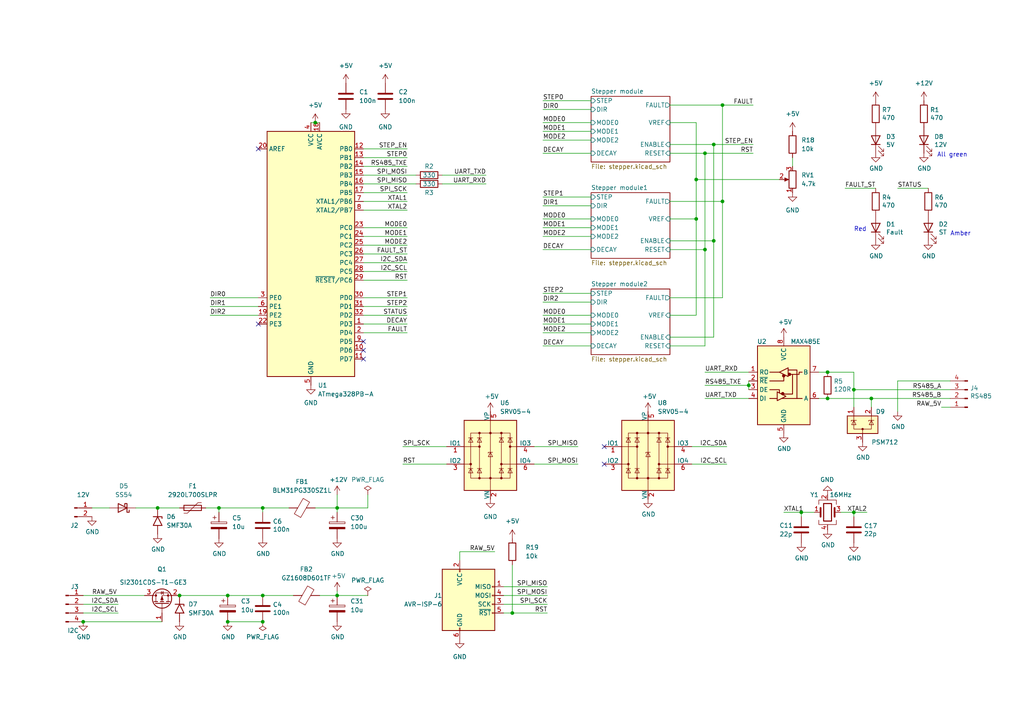
<source format=kicad_sch>
(kicad_sch (version 20211123) (generator eeschema)
  (paper "A4")
  (lib_symbols
    (symbol "Connector:AVR-ISP-6" (pin_names (offset 1.016))
      (property "Reference" "J" (at -6.35 11.43 0))
      (property "Value" "AVR-ISP-6" (at 0 11.43 0))
      (symbol "AVR-ISP-6_0_1"
        (rectangle (start -2.667 -6.858) (end -2.413 -7.62))
        (rectangle (start -2.667 10.16) (end -2.413 9.398))
        (rectangle (start 7.62 -2.413) (end 6.858 -2.667))
        (rectangle (start 7.62 0.127) (end 6.858 -0.127))
        (rectangle (start 7.62 2.667) (end 6.858 2.413))
        (rectangle (start 7.62 5.207) (end 6.858 4.953))
        (rectangle (start 7.62 10.16) (end -7.62 -7.62) (stroke (width 0.254)) (fill (type background)))
      )
      (symbol "AVR-ISP-6_1_1"
        (pin passive line (at 10.16 5.08 180) (length 2.54) (name "MISO") (number "1"))
        (pin passive line (at -2.54 12.7 270) (length 2.54) (name "VCC") (number "2"))
        (pin passive line (at 10.16 0 180) (length 2.54) (name "SCK") (number "3"))
        (pin passive line (at 10.16 2.54 180) (length 2.54) (name "MOSI") (number "4"))
        (pin passive line (at 10.16 -2.54 180) (length 2.54) (name "~{RST}") (number "5"))
        (pin passive line (at -2.54 -10.16 90) (length 2.54) (name "GND") (number "6"))
      )
    )
    (symbol "Connector:Conn_01x02_Male" (pin_names (offset 1.016) hide)
      (property "Reference" "J" (at 0 2.54 0))
      (property "Value" "Conn_01x02_Male" (at 0 -5.08 0))
      (symbol "Conn_01x02_Male_1_1"
        (polyline (pts (xy 1.27 -2.54) (xy 0.8636 -2.54)) (stroke (width 0.1524)))
        (polyline (pts (xy 1.27 0) (xy 0.8636 0)) (stroke (width 0.1524)))
        (rectangle (start 0.8636 -2.413) (end 0 -2.667) (stroke (width 0.1524)) (fill (type outline)))
        (rectangle (start 0.8636 0.127) (end 0 -0.127) (stroke (width 0.1524)) (fill (type outline)))
        (pin passive line (at 5.08 0 180) (length 3.81) (name "Pin_1") (number "1"))
        (pin passive line (at 5.08 -2.54 180) (length 3.81) (name "Pin_2") (number "2"))
      )
    )
    (symbol "Connector:Conn_01x04_Male" (pin_names (offset 1.016) hide)
      (property "Reference" "J" (at 0 5.08 0))
      (property "Value" "Conn_01x04_Male" (at 0 -7.62 0))
      (symbol "Conn_01x04_Male_1_1"
        (polyline (pts (xy 1.27 -5.08) (xy 0.8636 -5.08)) (stroke (width 0.1524)))
        (polyline (pts (xy 1.27 -2.54) (xy 0.8636 -2.54)) (stroke (width 0.1524)))
        (polyline (pts (xy 1.27 0) (xy 0.8636 0)) (stroke (width 0.1524)))
        (polyline (pts (xy 1.27 2.54) (xy 0.8636 2.54)) (stroke (width 0.1524)))
        (rectangle (start 0.8636 -4.953) (end 0 -5.207) (stroke (width 0.1524)) (fill (type outline)))
        (rectangle (start 0.8636 -2.413) (end 0 -2.667) (stroke (width 0.1524)) (fill (type outline)))
        (rectangle (start 0.8636 0.127) (end 0 -0.127) (stroke (width 0.1524)) (fill (type outline)))
        (rectangle (start 0.8636 2.667) (end 0 2.413) (stroke (width 0.1524)) (fill (type outline)))
        (pin passive line (at 5.08 2.54 180) (length 3.81) (name "Pin_1") (number "1"))
        (pin passive line (at 5.08 0 180) (length 3.81) (name "Pin_2") (number "2"))
        (pin passive line (at 5.08 -2.54 180) (length 3.81) (name "Pin_3") (number "3"))
        (pin passive line (at 5.08 -5.08 180) (length 3.81) (name "Pin_4") (number "4"))
      )
    )
    (symbol "Device:C" (pin_numbers hide) (pin_names (offset 0.254))
      (property "Reference" "C" (at 0.635 2.54 0))
      (property "Value" "C" (at 0.635 -2.54 0))
      (symbol "C_0_1"
        (polyline (pts (xy -2.032 -0.762) (xy 2.032 -0.762)) (stroke (width 0.508)))
        (polyline (pts (xy -2.032 0.762) (xy 2.032 0.762)) (stroke (width 0.508)))
      )
      (symbol "C_1_1"
        (pin passive line (at 0 3.81 270) (length 2.794) (name "~") (number "1"))
        (pin passive line (at 0 -3.81 90) (length 2.794) (name "~") (number "2"))
      )
    )
    (symbol "Device:C_Polarized" (pin_numbers hide) (pin_names (offset 0.254))
      (property "Reference" "C" (at 0.635 2.54 0))
      (property "Value" "C_Polarized" (at 0.635 -2.54 0))
      (symbol "C_Polarized_0_1"
        (rectangle (start -2.286 0.508) (end 2.286 1.016))
        (polyline (pts (xy -1.778 2.286) (xy -0.762 2.286)))
        (polyline (pts (xy -1.27 2.794) (xy -1.27 1.778)))
        (rectangle (start 2.286 -0.508) (end -2.286 -1.016) (fill (type outline)))
      )
      (symbol "C_Polarized_1_1"
        (pin passive line (at 0 3.81 270) (length 2.794) (name "~") (number "1"))
        (pin passive line (at 0 -3.81 90) (length 2.794) (name "~") (number "2"))
      )
    )
    (symbol "Device:Crystal_GND24" (pin_names (offset 1.016) hide)
      (property "Reference" "Y" (at 3.175 5.08 0))
      (property "Value" "Crystal_GND24" (at 3.175 3.175 0))
      (symbol "Crystal_GND24_0_1"
        (rectangle (start -1.143 2.54) (end 1.143 -2.54) (stroke (width 0.3048)))
        (polyline (pts (xy -2.54 0) (xy -2.032 0)))
        (polyline (pts (xy -2.032 -1.27) (xy -2.032 1.27)) (stroke (width 0.508)))
        (polyline (pts (xy 0 -3.81) (xy 0 -3.556)))
        (polyline (pts (xy 0 3.556) (xy 0 3.81)))
        (polyline (pts (xy 2.032 -1.27) (xy 2.032 1.27)) (stroke (width 0.508)))
        (polyline (pts (xy 2.032 0) (xy 2.54 0)))
        (polyline (pts (xy -2.54 -2.286) (xy -2.54 -3.556) (xy 2.54 -3.556) (xy 2.54 -2.286)))
        (polyline (pts (xy -2.54 2.286) (xy -2.54 3.556) (xy 2.54 3.556) (xy 2.54 2.286)))
      )
      (symbol "Crystal_GND24_1_1"
        (pin passive line (at -3.81 0 0) (length 1.27) (name "1") (number "1"))
        (pin passive line (at 0 5.08 270) (length 1.27) (name "2") (number "2"))
        (pin passive line (at 3.81 0 180) (length 1.27) (name "3") (number "3"))
        (pin passive line (at 0 -5.08 90) (length 1.27) (name "4") (number "4"))
      )
    )
    (symbol "Device:D_Schottky" (pin_numbers hide) (pin_names (offset 1.016) hide)
      (property "Reference" "D" (at 0 2.54 0))
      (property "Value" "D_Schottky" (at 0 -2.54 0))
      (symbol "D_Schottky_0_1"
        (polyline (pts (xy 1.27 0) (xy -1.27 0)))
        (polyline (pts (xy 1.27 1.27) (xy 1.27 -1.27) (xy -1.27 0) (xy 1.27 1.27)) (stroke (width 0.254)))
        (polyline (pts (xy -1.905 0.635) (xy -1.905 1.27) (xy -1.27 1.27) (xy -1.27 -1.27) (xy -0.635 -1.27) (xy -0.635 -0.635)) (stroke (width 0.254)))
      )
      (symbol "D_Schottky_1_1"
        (pin passive line (at -3.81 0 0) (length 2.54) (name "K") (number "1"))
        (pin passive line (at 3.81 0 180) (length 2.54) (name "A") (number "2"))
      )
    )
    (symbol "Device:FerriteBead" (pin_numbers hide) (pin_names (offset 0))
      (property "Reference" "FB" (at -3.81 0.635 90))
      (property "Value" "FerriteBead" (at 3.81 0 90))
      (symbol "FerriteBead_0_1"
        (polyline (pts (xy 0 -1.27) (xy 0 -1.2192)))
        (polyline (pts (xy 0 1.27) (xy 0 1.2954)))
        (polyline (pts (xy -2.7686 0.4064) (xy -1.7018 2.2606) (xy 2.7686 -0.3048) (xy 1.6764 -2.159) (xy -2.7686 0.4064)))
      )
      (symbol "FerriteBead_1_1"
        (pin passive line (at 0 3.81 270) (length 2.54) (name "~") (number "1"))
        (pin passive line (at 0 -3.81 90) (length 2.54) (name "~") (number "2"))
      )
    )
    (symbol "Device:LED" (pin_numbers hide) (pin_names (offset 1.016) hide)
      (property "Reference" "D" (at 0 2.54 0))
      (property "Value" "LED" (at 0 -2.54 0))
      (symbol "LED_0_1"
        (polyline (pts (xy -1.27 -1.27) (xy -1.27 1.27)) (stroke (width 0.254)))
        (polyline (pts (xy -1.27 0) (xy 1.27 0)))
        (polyline (pts (xy 1.27 -1.27) (xy 1.27 1.27) (xy -1.27 0) (xy 1.27 -1.27)) (stroke (width 0.254)))
        (polyline (pts (xy -3.048 -0.762) (xy -4.572 -2.286) (xy -3.81 -2.286) (xy -4.572 -2.286) (xy -4.572 -1.524)))
        (polyline (pts (xy -1.778 -0.762) (xy -3.302 -2.286) (xy -2.54 -2.286) (xy -3.302 -2.286) (xy -3.302 -1.524)))
      )
      (symbol "LED_1_1"
        (pin passive line (at -3.81 0 0) (length 2.54) (name "K") (number "1"))
        (pin passive line (at 3.81 0 180) (length 2.54) (name "A") (number "2"))
      )
    )
    (symbol "Device:Polyfuse" (pin_numbers hide) (pin_names (offset 0))
      (property "Reference" "F" (at -2.54 0 90))
      (property "Value" "Polyfuse" (at 2.54 0 90))
      (symbol "Polyfuse_0_1"
        (rectangle (start -0.762 2.54) (end 0.762 -2.54) (stroke (width 0.254)))
        (polyline (pts (xy 0 2.54) (xy 0 -2.54)))
        (polyline (pts (xy -1.524 2.54) (xy -1.524 1.524) (xy 1.524 -1.524) (xy 1.524 -2.54)))
      )
      (symbol "Polyfuse_1_1"
        (pin passive line (at 0 3.81 270) (length 1.27) (name "~") (number "1"))
        (pin passive line (at 0 -3.81 90) (length 1.27) (name "~") (number "2"))
      )
    )
    (symbol "Device:Q_PMOS_GSD" (pin_names (offset 0) hide)
      (property "Reference" "Q" (at 5.08 1.27 0))
      (property "Value" "Q_PMOS_GSD" (at 5.08 -1.27 0))
      (symbol "Q_PMOS_GSD_0_1"
        (polyline (pts (xy 0.254 0) (xy -2.54 0)))
        (polyline (pts (xy 0.254 1.905) (xy 0.254 -1.905)) (stroke (width 0.254)))
        (polyline (pts (xy 0.762 -1.27) (xy 0.762 -2.286)) (stroke (width 0.254)))
        (polyline (pts (xy 0.762 0.508) (xy 0.762 -0.508)) (stroke (width 0.254)))
        (polyline (pts (xy 0.762 2.286) (xy 0.762 1.27)) (stroke (width 0.254)))
        (polyline (pts (xy 2.54 2.54) (xy 2.54 1.778)))
        (polyline (pts (xy 2.54 -2.54) (xy 2.54 0) (xy 0.762 0)))
        (polyline (pts (xy 0.762 1.778) (xy 3.302 1.778) (xy 3.302 -1.778) (xy 0.762 -1.778)))
        (polyline (pts (xy 2.286 0) (xy 1.27 0.381) (xy 1.27 -0.381) (xy 2.286 0)) (fill (type outline)))
        (polyline (pts (xy 2.794 -0.508) (xy 2.921 -0.381) (xy 3.683 -0.381) (xy 3.81 -0.254)))
        (polyline (pts (xy 3.302 -0.381) (xy 2.921 0.254) (xy 3.683 0.254) (xy 3.302 -0.381)))
        (circle (center 1.651 0) (radius 2.794) (stroke (width 0.254)))
        (circle (center 2.54 -1.778) (radius 0.254) (fill (type outline)))
        (circle (center 2.54 1.778) (radius 0.254) (fill (type outline)))
      )
      (symbol "Q_PMOS_GSD_1_1"
        (pin input line (at -5.08 0 0) (length 2.54) (name "G") (number "1"))
        (pin passive line (at 2.54 -5.08 90) (length 2.54) (name "S") (number "2"))
        (pin passive line (at 2.54 5.08 270) (length 2.54) (name "D") (number "3"))
      )
    )
    (symbol "Device:R" (pin_numbers hide) (pin_names (offset 0))
      (property "Reference" "R" (at 2.032 0 90))
      (property "Value" "R" (at 0 0 90))
      (symbol "R_0_1"
        (rectangle (start -1.016 -2.54) (end 1.016 2.54) (stroke (width 0.254)))
      )
      (symbol "R_1_1"
        (pin passive line (at 0 3.81 270) (length 1.27) (name "~") (number "1"))
        (pin passive line (at 0 -3.81 90) (length 1.27) (name "~") (number "2"))
      )
    )
    (symbol "Device:R_Potentiometer" (pin_names (offset 1.016) hide)
      (property "Reference" "RV" (at -4.445 0 90))
      (property "Value" "R_Potentiometer" (at -2.54 0 90))
      (symbol "R_Potentiometer_0_1"
        (polyline (pts (xy 2.54 0) (xy 1.524 0)))
        (polyline (pts (xy 1.143 0) (xy 2.286 0.508) (xy 2.286 -0.508) (xy 1.143 0)) (fill (type outline)))
        (rectangle (start 1.016 2.54) (end -1.016 -2.54) (stroke (width 0.254)))
      )
      (symbol "R_Potentiometer_1_1"
        (pin passive line (at 0 3.81 270) (length 1.27) (name "1") (number "1"))
        (pin passive line (at 3.81 0 180) (length 1.27) (name "2") (number "2"))
        (pin passive line (at 0 -3.81 90) (length 1.27) (name "3") (number "3"))
      )
    )
    (symbol "Diode:SMF30A" (pin_numbers hide) (pin_names (offset 1.016) hide)
      (property "Reference" "D" (at 0 2.54 0))
      (property "Value" "SMF30A" (at 0 -2.54 0))
      (symbol "SMF30A_0_1"
        (polyline (pts (xy -0.762 1.27) (xy -1.27 1.27) (xy -1.27 -1.27)) (stroke (width 0.254)))
        (polyline (pts (xy 1.27 1.27) (xy 1.27 -1.27) (xy -1.27 0) (xy 1.27 1.27)) (stroke (width 0.254)))
      )
      (symbol "SMF30A_1_1"
        (pin passive line (at -3.81 0 0) (length 2.54) (name "A1") (number "1"))
        (pin passive line (at 3.81 0 180) (length 2.54) (name "A2") (number "2"))
      )
    )
    (symbol "Interface_UART:MAX485E"
      (property "Reference" "U" (at -6.096 11.43 0))
      (property "Value" "MAX485E" (at 0.762 11.43 0))
      (symbol "MAX485E_0_1"
        (rectangle (start -7.62 10.16) (end 7.62 -12.7) (stroke (width 0.254)) (fill (type background)))
        (circle (center -0.3048 -3.683) (radius 0.3556) (stroke (width 0.254)) (fill (type outline)))
        (circle (center -0.0254 1.4986) (radius 0.3556) (stroke (width 0.254)) (fill (type outline)))
        (polyline (pts (xy -4.064 -5.08) (xy -1.905 -5.08)) (stroke (width 0.254)))
        (polyline (pts (xy -4.064 2.54) (xy -1.27 2.54)) (stroke (width 0.254)))
        (polyline (pts (xy -1.27 -3.2004) (xy -1.27 -3.4544)) (stroke (width 0.254)))
        (polyline (pts (xy -0.635 -5.08) (xy 5.334 -5.08)) (stroke (width 0.254)))
        (polyline (pts (xy -4.064 -2.54) (xy -1.27 -2.54) (xy -1.27 -3.175)) (stroke (width 0.254)))
        (polyline (pts (xy 0 1.27) (xy 0 0) (xy -4.064 0)) (stroke (width 0.254)))
        (polyline (pts (xy 1.27 3.175) (xy 3.81 3.175) (xy 3.81 -5.08)) (stroke (width 0.254)))
        (polyline (pts (xy 2.54 1.905) (xy 2.54 -3.81) (xy 0 -3.81)) (stroke (width 0.254)))
        (polyline (pts (xy -1.905 -3.175) (xy -1.905 -5.715) (xy 0.635 -4.445) (xy -1.905 -3.175)) (stroke (width 0.254)))
        (polyline (pts (xy -1.27 2.54) (xy 1.27 3.81) (xy 1.27 1.27) (xy -1.27 2.54)) (stroke (width 0.254)))
        (polyline (pts (xy 1.905 1.905) (xy 4.445 1.905) (xy 4.445 2.54) (xy 5.334 2.54)) (stroke (width 0.254)))
        (rectangle (start 1.27 3.175) (end 1.27 3.175))
        (circle (center 1.651 1.905) (radius 0.3556) (stroke (width 0.254)) (fill (type outline)))
      )
      (symbol "MAX485E_1_1"
        (pin output line (at -10.16 2.54 0) (length 2.54) (name "RO") (number "1"))
        (pin input line (at -10.16 0 0) (length 2.54) (name "~{RE}") (number "2"))
        (pin input line (at -10.16 -2.54 0) (length 2.54) (name "DE") (number "3"))
        (pin input line (at -10.16 -5.08 0) (length 2.54) (name "DI") (number "4"))
        (pin power_in line (at 0 -15.24 90) (length 2.54) (name "GND") (number "5"))
        (pin bidirectional line (at 10.16 -5.08 180) (length 2.54) (name "A") (number "6"))
        (pin bidirectional line (at 10.16 2.54 180) (length 2.54) (name "B") (number "7"))
        (pin power_in line (at 0 12.7 270) (length 2.54) (name "VCC") (number "8"))
      )
    )
    (symbol "MCU_Microchip_ATmega:ATmega328PB-A"
      (property "Reference" "U" (at -12.7 36.83 0))
      (property "Value" "ATmega328PB-A" (at 2.54 -36.83 0))
      (symbol "ATmega328PB-A_0_1"
        (rectangle (start -12.7 -35.56) (end 12.7 35.56) (stroke (width 0.254)) (fill (type background)))
      )
      (symbol "ATmega328PB-A_1_1"
        (pin bidirectional line (at 15.24 -20.32 180) (length 2.54) (name "PD3") (number "1"))
        (pin bidirectional line (at 15.24 -27.94 180) (length 2.54) (name "PD6") (number "10"))
        (pin bidirectional line (at 15.24 -30.48 180) (length 2.54) (name "PD7") (number "11"))
        (pin bidirectional line (at 15.24 30.48 180) (length 2.54) (name "PB0") (number "12"))
        (pin bidirectional line (at 15.24 27.94 180) (length 2.54) (name "PB1") (number "13"))
        (pin bidirectional line (at 15.24 25.4 180) (length 2.54) (name "PB2") (number "14"))
        (pin bidirectional line (at 15.24 22.86 180) (length 2.54) (name "PB3") (number "15"))
        (pin bidirectional line (at 15.24 20.32 180) (length 2.54) (name "PB4") (number "16"))
        (pin bidirectional line (at 15.24 17.78 180) (length 2.54) (name "PB5") (number "17"))
        (pin power_in line (at 2.54 38.1 270) (length 2.54) (name "AVCC") (number "18"))
        (pin bidirectional line (at -15.24 -17.78 0) (length 2.54) (name "PE2") (number "19"))
        (pin bidirectional line (at 15.24 -22.86 180) (length 2.54) (name "PD4") (number "2"))
        (pin passive line (at -15.24 30.48 0) (length 2.54) (name "AREF") (number "20"))
        (pin passive line (at 0 -38.1 90) (length 2.54) hide (name "GND") (number "21"))
        (pin bidirectional line (at -15.24 -20.32 0) (length 2.54) (name "PE3") (number "22"))
        (pin bidirectional line (at 15.24 7.62 180) (length 2.54) (name "PC0") (number "23"))
        (pin bidirectional line (at 15.24 5.08 180) (length 2.54) (name "PC1") (number "24"))
        (pin bidirectional line (at 15.24 2.54 180) (length 2.54) (name "PC2") (number "25"))
        (pin bidirectional line (at 15.24 0 180) (length 2.54) (name "PC3") (number "26"))
        (pin bidirectional line (at 15.24 -2.54 180) (length 2.54) (name "PC4") (number "27"))
        (pin bidirectional line (at 15.24 -5.08 180) (length 2.54) (name "PC5") (number "28"))
        (pin bidirectional line (at 15.24 -7.62 180) (length 2.54) (name "~{RESET}/PC6") (number "29"))
        (pin bidirectional line (at -15.24 -12.7 0) (length 2.54) (name "PE0") (number "3"))
        (pin bidirectional line (at 15.24 -12.7 180) (length 2.54) (name "PD0") (number "30"))
        (pin bidirectional line (at 15.24 -15.24 180) (length 2.54) (name "PD1") (number "31"))
        (pin bidirectional line (at 15.24 -17.78 180) (length 2.54) (name "PD2") (number "32"))
        (pin power_in line (at 0 38.1 270) (length 2.54) (name "VCC") (number "4"))
        (pin power_in line (at 0 -38.1 90) (length 2.54) (name "GND") (number "5"))
        (pin bidirectional line (at -15.24 -15.24 0) (length 2.54) (name "PE1") (number "6"))
        (pin bidirectional line (at 15.24 15.24 180) (length 2.54) (name "XTAL1/PB6") (number "7"))
        (pin bidirectional line (at 15.24 12.7 180) (length 2.54) (name "XTAL2/PB7") (number "8"))
        (pin bidirectional line (at 15.24 -25.4 180) (length 2.54) (name "PD5") (number "9"))
      )
    )
    (symbol "Power_Protection:SP0502BAHT" (pin_names hide)
      (property "Reference" "D" (at 5.715 2.54 0))
      (property "Value" "SP0502BAHT" (at 5.715 0.635 0))
      (symbol "SP0502BAHT_0_0"
        (pin passive line (at 0 -5.08 90) (length 2.54) (name "A") (number "3"))
      )
      (symbol "SP0502BAHT_0_1"
        (rectangle (start -4.445 2.54) (end 4.445 -2.54) (stroke (width 0.254)) (fill (type background)))
        (circle (center 0 -1.27) (radius 0.254) (fill (type outline)))
        (polyline (pts (xy -2.54 2.54) (xy -2.54 1.27)))
        (polyline (pts (xy 0 -1.27) (xy 0 -2.54)))
        (polyline (pts (xy 2.54 2.54) (xy 2.54 1.27)))
        (polyline (pts (xy -3.302 1.016) (xy -3.302 1.27) (xy -1.905 1.27) (xy -1.778 1.27)))
        (polyline (pts (xy -2.54 1.27) (xy -2.54 -1.27) (xy 2.54 -1.27) (xy 2.54 1.27)))
        (polyline (pts (xy -2.54 1.27) (xy -1.905 0) (xy -3.175 0) (xy -2.54 1.27)))
        (polyline (pts (xy 1.778 1.016) (xy 1.778 1.27) (xy 3.175 1.27) (xy 3.302 1.27)))
        (polyline (pts (xy 2.54 1.27) (xy 1.905 0) (xy 3.175 0) (xy 2.54 1.27)))
      )
      (symbol "SP0502BAHT_1_1"
        (pin passive line (at -2.54 5.08 270) (length 2.54) (name "K") (number "1"))
        (pin passive line (at 2.54 5.08 270) (length 2.54) (name "K") (number "2"))
      )
    )
    (symbol "Power_Protection:SRV05-4" (pin_names (offset 0))
      (property "Reference" "U" (at -5.08 11.43 0))
      (property "Value" "SRV05-4" (at 2.54 11.43 0))
      (symbol "SRV05-4_0_0"
        (rectangle (start -5.715 6.477) (end 5.715 -6.604))
        (polyline (pts (xy -3.175 -6.604) (xy -3.175 6.477)))
        (polyline (pts (xy 3.175 6.477) (xy 3.175 -6.604)))
      )
      (symbol "SRV05-4_0_1"
        (rectangle (start -7.62 10.16) (end 7.62 -10.16) (stroke (width 0.254)) (fill (type background)))
        (circle (center -5.715 -2.54) (radius 0.2794) (fill (type outline)))
        (circle (center -3.175 -6.604) (radius 0.2794) (fill (type outline)))
        (circle (center -3.175 2.54) (radius 0.2794) (fill (type outline)))
        (circle (center -3.175 6.477) (radius 0.2794) (fill (type outline)))
        (circle (center 0 -6.604) (radius 0.2794) (fill (type outline)))
        (polyline (pts (xy -7.747 2.54) (xy -3.175 2.54)))
        (polyline (pts (xy -7.62 -2.54) (xy -5.715 -2.54)))
        (polyline (pts (xy -5.08 -3.81) (xy -6.35 -3.81)))
        (polyline (pts (xy -5.08 5.08) (xy -6.35 5.08)))
        (polyline (pts (xy -2.54 -3.81) (xy -3.81 -3.81)))
        (polyline (pts (xy -2.54 5.08) (xy -3.81 5.08)))
        (polyline (pts (xy 0 10.16) (xy 0 -10.16)))
        (polyline (pts (xy 3.81 -3.81) (xy 2.54 -3.81)))
        (polyline (pts (xy 3.81 5.08) (xy 2.54 5.08)))
        (polyline (pts (xy 6.35 -3.81) (xy 5.08 -3.81)))
        (polyline (pts (xy 6.35 5.08) (xy 5.08 5.08)))
        (polyline (pts (xy 7.62 -2.54) (xy 3.175 -2.54)))
        (polyline (pts (xy 7.62 2.54) (xy 5.715 2.54)))
        (polyline (pts (xy 0.635 0.889) (xy -0.635 0.889) (xy -0.635 0.635)))
        (polyline (pts (xy -5.08 -5.08) (xy -6.35 -5.08) (xy -5.715 -3.81) (xy -5.08 -5.08)))
        (polyline (pts (xy -5.08 3.81) (xy -6.35 3.81) (xy -5.715 5.08) (xy -5.08 3.81)))
        (polyline (pts (xy -2.54 -5.08) (xy -3.81 -5.08) (xy -3.175 -3.81) (xy -2.54 -5.08)))
        (polyline (pts (xy -2.54 3.81) (xy -3.81 3.81) (xy -3.175 5.08) (xy -2.54 3.81)))
        (polyline (pts (xy 0.635 -0.381) (xy -0.635 -0.381) (xy 0 0.889) (xy 0.635 -0.381)))
        (polyline (pts (xy 3.81 -5.08) (xy 2.54 -5.08) (xy 3.175 -3.81) (xy 3.81 -5.08)))
        (polyline (pts (xy 3.81 3.81) (xy 2.54 3.81) (xy 3.175 5.08) (xy 3.81 3.81)))
        (polyline (pts (xy 6.35 -5.08) (xy 5.08 -5.08) (xy 5.715 -3.81) (xy 6.35 -5.08)))
        (polyline (pts (xy 6.35 3.81) (xy 5.08 3.81) (xy 5.715 5.08) (xy 6.35 3.81)))
        (circle (center 0 6.477) (radius 0.2794) (fill (type outline)))
        (circle (center 3.175 -6.604) (radius 0.2794) (fill (type outline)))
        (circle (center 3.175 -2.54) (radius 0.2794) (fill (type outline)))
        (circle (center 3.175 6.477) (radius 0.2794) (fill (type outline)))
        (circle (center 5.715 2.54) (radius 0.2794) (fill (type outline)))
      )
      (symbol "SRV05-4_1_1"
        (pin passive line (at -12.7 2.54 0) (length 5.08) (name "IO1") (number "1"))
        (pin passive line (at 0 -12.7 90) (length 2.54) (name "VN") (number "2"))
        (pin passive line (at -12.7 -2.54 0) (length 5.08) (name "IO2") (number "3"))
        (pin passive line (at 12.7 2.54 180) (length 5.08) (name "IO3") (number "4"))
        (pin passive line (at 0 12.7 270) (length 2.54) (name "VP") (number "5"))
        (pin passive line (at 12.7 -2.54 180) (length 5.08) (name "IO4") (number "6"))
      )
    )
    (symbol "power:+12V" (power) (pin_names (offset 0))
      (property "Value" "+12V" (at 0 3.556 0))
      (symbol "+12V_0_1"
        (polyline (pts (xy -0.762 1.27) (xy 0 2.54)))
        (polyline (pts (xy 0 0) (xy 0 2.54)))
        (polyline (pts (xy 0 2.54) (xy 0.762 1.27)))
      )
      (symbol "+12V_1_1"
        (pin power_in line (at 0 0 90) (length 0) hide (name "+12V") (number "1"))
      )
    )
    (symbol "power:+5V" (power) (pin_names (offset 0))
      (property "Value" "+5V" (at 0 3.556 0))
      (symbol "+5V_0_1"
        (polyline (pts (xy -0.762 1.27) (xy 0 2.54)))
        (polyline (pts (xy 0 0) (xy 0 2.54)))
        (polyline (pts (xy 0 2.54) (xy 0.762 1.27)))
      )
      (symbol "+5V_1_1"
        (pin power_in line (at 0 0 90) (length 0) hide (name "+5V") (number "1"))
      )
    )
    (symbol "power:GND" (power) (pin_names (offset 0))
      (property "Value" "GND" (at 0 -3.81 0))
      (symbol "GND_0_1"
        (polyline (pts (xy 0 0) (xy 0 -1.27) (xy 1.27 -1.27) (xy 0 -2.54) (xy -1.27 -1.27) (xy 0 -1.27)))
      )
      (symbol "GND_1_1"
        (pin power_in line (at 0 0 270) (length 0) hide (name "GND") (number "1"))
      )
    )
    (symbol "power:PWR_FLAG" (power) (pin_numbers hide) (pin_names (offset 0) hide)
      (property "Value" "PWR_FLAG" (at 0 3.81 0))
      (symbol "PWR_FLAG_0_0"
        (pin power_out line (at 0 0 90) (length 0) (name "pwr") (number "1"))
      )
      (symbol "PWR_FLAG_0_1"
        (polyline (pts (xy 0 0) (xy 0 1.27) (xy -1.016 1.905) (xy 0 2.54) (xy 1.016 1.905) (xy 0 1.27)))
      )
    )
  )
  (junction (at 91.44 35.56))
  (junction (at 24.13 180.34))
  (junction (at 76.2 172.72))
  (junction (at 209.55 58.42))
  (junction (at 76.2 180.34))
  (junction (at 207.01 69.85))
  (junction (at 207.01 41.91))
  (junction (at 66.04 180.34))
  (junction (at 240.03 115.57))
  (junction (at 247.65 148.59))
  (junction (at 76.2 147.32))
  (junction (at 63.5 147.32))
  (junction (at 209.55 30.48))
  (junction (at 240.03 107.95))
  (junction (at 204.47 44.45))
  (junction (at 201.93 52.07))
  (junction (at 252.73 115.57))
  (junction (at 97.79 147.32))
  (junction (at 97.79 172.72))
  (junction (at 148.59 177.8))
  (junction (at 232.41 148.59))
  (junction (at 204.47 72.39))
  (junction (at 66.04 172.72))
  (junction (at 217.17 111.76))
  (junction (at 52.07 172.72))
  (junction (at 201.93 63.5))
  (junction (at 45.72 147.32))
  (junction (at 247.65 113.03))
  (no_connect (at 175.26 134.62))
  (no_connect (at 105.41 99.06))
  (no_connect (at 105.41 101.6))
  (no_connect (at 175.26 129.54))
  (no_connect (at 74.93 93.98))
  (no_connect (at 105.41 104.14))
  (no_connect (at 74.93 43.18))
  (wire (pts (xy 52.07 172.72) (xy 66.04 172.72)))
  (wire (pts (xy 26.67 147.32) (xy 31.75 147.32)))
  (wire (pts (xy 24.13 177.8) (xy 34.29 177.8)))
  (wire (pts (xy 217.17 107.95) (xy 204.47 107.95)))
  (wire (pts (xy 194.31 91.44) (xy 201.93 91.44)))
  (wire (pts (xy 157.48 59.69) (xy 171.45 59.69)))
  (wire (pts (xy 204.47 100.33) (xy 204.47 72.39)))
  (wire (pts (xy 24.13 180.34) (xy 46.99 180.34)))
  (wire (pts (xy 154.94 134.62) (xy 167.64 134.62)))
  (wire (pts (xy 194.31 86.36) (xy 209.55 86.36)))
  (wire (pts (xy 90.17 35.56) (xy 91.44 35.56)))
  (wire (pts (xy 217.17 111.76) (xy 204.47 111.76)))
  (wire (pts (xy 247.65 149.86) (xy 247.65 148.59)))
  (wire (pts (xy 240.03 115.57) (xy 252.73 115.57)))
  (wire (pts (xy 207.01 41.91) (xy 218.44 41.91)))
  (wire (pts (xy 128.27 53.34) (xy 140.97 53.34)))
  (wire (pts (xy 105.41 76.2) (xy 118.11 76.2)))
  (wire (pts (xy 154.94 129.54) (xy 167.64 129.54)))
  (wire (pts (xy 105.41 81.28) (xy 118.11 81.28)))
  (wire (pts (xy 105.41 68.58) (xy 118.11 68.58)))
  (wire (pts (xy 128.27 50.8) (xy 140.97 50.8)))
  (wire (pts (xy 146.05 175.26) (xy 158.75 175.26)))
  (wire (pts (xy 200.66 134.62) (xy 210.82 134.62)))
  (wire (pts (xy 247.65 113.03) (xy 247.65 107.95)))
  (wire (pts (xy 200.66 129.54) (xy 210.82 129.54)))
  (wire (pts (xy 63.5 147.32) (xy 63.5 148.59)))
  (wire (pts (xy 194.31 69.85) (xy 207.01 69.85)))
  (wire (pts (xy 194.31 100.33) (xy 204.47 100.33)))
  (wire (pts (xy 105.41 78.74) (xy 118.11 78.74)))
  (wire (pts (xy 229.87 45.72) (xy 229.87 48.26)))
  (wire (pts (xy 157.48 72.39) (xy 171.45 72.39)))
  (wire (pts (xy 45.72 147.32) (xy 52.07 147.32)))
  (wire (pts (xy 148.59 177.8) (xy 158.75 177.8)))
  (wire (pts (xy 76.2 147.32) (xy 83.82 147.32)))
  (wire (pts (xy 207.01 69.85) (xy 207.01 41.91)))
  (wire (pts (xy 105.41 48.26) (xy 118.11 48.26)))
  (wire (pts (xy 105.41 55.88) (xy 118.11 55.88)))
  (wire (pts (xy 194.31 97.79) (xy 207.01 97.79)))
  (wire (pts (xy 105.41 60.96) (xy 118.11 60.96)))
  (wire (pts (xy 204.47 72.39) (xy 204.47 44.45)))
  (wire (pts (xy 201.93 52.07) (xy 226.06 52.07)))
  (wire (pts (xy 76.2 180.34) (xy 66.04 180.34)))
  (wire (pts (xy 209.55 30.48) (xy 194.31 30.48)))
  (wire (pts (xy 157.48 100.33) (xy 171.45 100.33)))
  (wire (pts (xy 194.31 41.91) (xy 207.01 41.91)))
  (wire (pts (xy 157.48 93.98) (xy 171.45 93.98)))
  (wire (pts (xy 146.05 172.72) (xy 158.75 172.72)))
  (wire (pts (xy 232.41 148.59) (xy 227.33 148.59)))
  (wire (pts (xy 97.79 172.72) (xy 92.71 172.72)))
  (wire (pts (xy 247.65 113.03) (xy 275.59 113.03)))
  (wire (pts (xy 252.73 115.57) (xy 252.73 118.11)))
  (wire (pts (xy 209.55 30.48) (xy 218.44 30.48)))
  (wire (pts (xy 252.73 115.57) (xy 275.59 115.57)))
  (wire (pts (xy 157.48 57.15) (xy 171.45 57.15)))
  (wire (pts (xy 157.48 38.1) (xy 171.45 38.1)))
  (wire (pts (xy 76.2 172.72) (xy 85.09 172.72)))
  (wire (pts (xy 157.48 91.44) (xy 171.45 91.44)))
  (wire (pts (xy 148.59 163.83) (xy 148.59 177.8)))
  (wire (pts (xy 106.68 143.51) (xy 106.68 147.32)))
  (wire (pts (xy 60.96 86.36) (xy 74.93 86.36)))
  (wire (pts (xy 157.48 35.56) (xy 171.45 35.56)))
  (wire (pts (xy 105.41 45.72) (xy 118.11 45.72)))
  (wire (pts (xy 97.79 147.32) (xy 97.79 148.59)))
  (wire (pts (xy 76.2 172.72) (xy 66.04 172.72)))
  (wire (pts (xy 157.48 40.64) (xy 171.45 40.64)))
  (wire (pts (xy 247.65 113.03) (xy 247.65 118.11)))
  (wire (pts (xy 129.54 134.62) (xy 116.84 134.62)))
  (wire (pts (xy 247.65 107.95) (xy 240.03 107.95)))
  (wire (pts (xy 209.55 58.42) (xy 209.55 30.48)))
  (wire (pts (xy 157.48 68.58) (xy 171.45 68.58)))
  (wire (pts (xy 97.79 172.72) (xy 106.68 172.72)))
  (wire (pts (xy 133.35 160.02) (xy 143.51 160.02)))
  (wire (pts (xy 207.01 97.79) (xy 207.01 69.85)))
  (wire (pts (xy 105.41 43.18) (xy 118.11 43.18)))
  (wire (pts (xy 60.96 88.9) (xy 74.93 88.9)))
  (wire (pts (xy 105.41 71.12) (xy 118.11 71.12)))
  (wire (pts (xy 209.55 86.36) (xy 209.55 58.42)))
  (wire (pts (xy 194.31 72.39) (xy 204.47 72.39)))
  (wire (pts (xy 105.41 73.66) (xy 118.11 73.66)))
  (wire (pts (xy 157.48 96.52) (xy 171.45 96.52)))
  (wire (pts (xy 237.49 115.57) (xy 240.03 115.57)))
  (wire (pts (xy 157.48 66.04) (xy 171.45 66.04)))
  (wire (pts (xy 129.54 129.54) (xy 116.84 129.54)))
  (wire (pts (xy 105.41 88.9) (xy 118.11 88.9)))
  (wire (pts (xy 24.13 175.26) (xy 34.29 175.26)))
  (wire (pts (xy 39.37 147.32) (xy 45.72 147.32)))
  (wire (pts (xy 232.41 148.59) (xy 232.41 149.86)))
  (wire (pts (xy 105.41 58.42) (xy 118.11 58.42)))
  (wire (pts (xy 105.41 66.04) (xy 118.11 66.04)))
  (wire (pts (xy 76.2 148.59) (xy 76.2 147.32)))
  (wire (pts (xy 106.68 147.32) (xy 97.79 147.32)))
  (wire (pts (xy 201.93 63.5) (xy 201.93 52.07)))
  (wire (pts (xy 247.65 148.59) (xy 251.46 148.59)))
  (wire (pts (xy 105.41 50.8) (xy 120.65 50.8)))
  (wire (pts (xy 91.44 35.56) (xy 92.71 35.56)))
  (wire (pts (xy 273.05 118.11) (xy 275.59 118.11)))
  (wire (pts (xy 237.49 107.95) (xy 240.03 107.95)))
  (wire (pts (xy 97.79 143.51) (xy 97.79 147.32)))
  (wire (pts (xy 247.65 148.59) (xy 243.84 148.59)))
  (wire (pts (xy 59.69 147.32) (xy 63.5 147.32)))
  (wire (pts (xy 260.35 110.49) (xy 275.59 110.49)))
  (wire (pts (xy 157.48 63.5) (xy 171.45 63.5)))
  (wire (pts (xy 157.48 31.75) (xy 171.45 31.75)))
  (wire (pts (xy 194.31 44.45) (xy 204.47 44.45)))
  (wire (pts (xy 146.05 170.18) (xy 158.75 170.18)))
  (wire (pts (xy 269.24 54.61) (xy 260.35 54.61)))
  (wire (pts (xy 105.41 86.36) (xy 118.11 86.36)))
  (wire (pts (xy 24.13 172.72) (xy 41.91 172.72)))
  (wire (pts (xy 105.41 53.34) (xy 120.65 53.34)))
  (wire (pts (xy 157.48 85.09) (xy 171.45 85.09)))
  (wire (pts (xy 63.5 147.32) (xy 76.2 147.32)))
  (wire (pts (xy 157.48 44.45) (xy 171.45 44.45)))
  (wire (pts (xy 157.48 87.63) (xy 171.45 87.63)))
  (wire (pts (xy 91.44 147.32) (xy 97.79 147.32)))
  (wire (pts (xy 254 54.61) (xy 245.11 54.61)))
  (wire (pts (xy 217.17 115.57) (xy 204.47 115.57)))
  (wire (pts (xy 201.93 52.07) (xy 201.93 35.56)))
  (wire (pts (xy 194.31 58.42) (xy 209.55 58.42)))
  (wire (pts (xy 105.41 91.44) (xy 118.11 91.44)))
  (wire (pts (xy 60.96 91.44) (xy 74.93 91.44)))
  (wire (pts (xy 105.41 96.52) (xy 118.11 96.52)))
  (wire (pts (xy 236.22 148.59) (xy 232.41 148.59)))
  (wire (pts (xy 260.35 110.49) (xy 260.35 119.38)))
  (wire (pts (xy 133.35 162.56) (xy 133.35 160.02)))
  (wire (pts (xy 157.48 29.21) (xy 171.45 29.21)))
  (wire (pts (xy 201.93 35.56) (xy 194.31 35.56)))
  (wire (pts (xy 146.05 177.8) (xy 148.59 177.8)))
  (wire (pts (xy 217.17 113.03) (xy 217.17 111.76)))
  (wire (pts (xy 105.41 93.98) (xy 118.11 93.98)))
  (wire (pts (xy 201.93 91.44) (xy 201.93 63.5)))
  (wire (pts (xy 201.93 63.5) (xy 194.31 63.5)))
  (wire (pts (xy 204.47 44.45) (xy 218.44 44.45)))
  (wire (pts (xy 97.79 171.45) (xy 97.79 172.72)))
  (wire (pts (xy 217.17 111.76) (xy 217.17 110.49)))
  (text "Amber\n" (at 275.59 68.58 0) (effects (font (size 1.27 1.27)) (justify left bottom)))
  (text "Red" (at 247.65 67.31 0) (effects (font (size 1.27 1.27)) (justify left bottom)))
  (text "All green" (at 271.78 45.72 0) (effects (font (size 1.27 1.27)) (justify left bottom)))
  (label "RAW_5V" (at 143.51 160.02 180))
  (label "STEP2" (at 157.48 85.09 0))
  (label "MODE1" (at 157.48 93.98 0))
  (label "I2C_SDA" (at 210.82 129.54 180))
  (label "I2C_SCL" (at 210.82 134.62 180))
  (label "STEP_EN" (at 218.44 41.91 180))
  (label "I2C_SDA" (at 118.11 76.2 180))
  (label "FAULT" (at 118.11 96.52 180))
  (label "MODE1" (at 157.48 66.04 0))
  (label "I2C_SDA" (at 34.29 175.26 180))
  (label "RS485_TXE" (at 118.11 48.26 180))
  (label "UART_RXD" (at 204.47 107.95 0))
  (label "I2C_SCL" (at 34.29 177.8 180))
  (label "SPI_MISO" (at 158.75 170.18 180))
  (label "RS485_TXE" (at 204.47 111.76 0))
  (label "SPI_SCK" (at 158.75 175.26 180))
  (label "MODE2" (at 157.48 96.52 0))
  (label "UART_TXD" (at 204.47 115.57 0))
  (label "DECAY" (at 157.48 100.33 0))
  (label "SPI_SCK" (at 118.11 55.88 180))
  (label "STEP0" (at 157.48 29.21 0))
  (label "RS485_A" (at 273.05 113.03 180))
  (label "DIR2" (at 157.48 87.63 0))
  (label "SPI_MOSI" (at 167.64 134.62 180))
  (label "MODE2" (at 157.48 68.58 0))
  (label "RST" (at 116.84 134.62 0))
  (label "I2C_SCL" (at 118.11 78.74 180))
  (label "RAW_5V" (at 26.67 172.72 0))
  (label "DECAY" (at 157.48 44.45 0))
  (label "DIR0" (at 60.96 86.36 0))
  (label "SPI_MISO" (at 118.11 53.34 180))
  (label "STATUS" (at 260.35 54.61 0))
  (label "MODE0" (at 157.48 35.56 0))
  (label "FAULT_ST" (at 118.11 73.66 180))
  (label "DECAY" (at 157.48 72.39 0))
  (label "RS485_B" (at 273.05 115.57 180))
  (label "MODE1" (at 118.11 68.58 180))
  (label "SPI_MOSI" (at 158.75 172.72 180))
  (label "STEP1" (at 157.48 57.15 0))
  (label "XTAL2" (at 118.11 60.96 180))
  (label "STEP_EN" (at 118.11 43.18 180))
  (label "DIR0" (at 157.48 31.75 0))
  (label "STEP0" (at 118.11 45.72 180))
  (label "XTAL1" (at 118.11 58.42 180))
  (label "SPI_SCK" (at 116.84 129.54 0))
  (label "DIR2" (at 60.96 91.44 0))
  (label "RST" (at 218.44 44.45 180))
  (label "MODE0" (at 118.11 66.04 180))
  (label "STEP1" (at 118.11 86.36 180))
  (label "UART_RXD" (at 140.97 53.34 180))
  (label "MODE2" (at 157.48 40.64 0))
  (label "DECAY" (at 118.11 93.98 180))
  (label "XTAL2" (at 251.46 148.59 180))
  (label "MODE2" (at 118.11 71.12 180))
  (label "FAULT" (at 218.44 30.48 180))
  (label "MODE0" (at 157.48 63.5 0))
  (label "MODE1" (at 157.48 38.1 0))
  (label "DIR1" (at 60.96 88.9 0))
  (label "MODE0" (at 157.48 91.44 0))
  (label "STATUS" (at 118.11 91.44 180))
  (label "SPI_MOSI" (at 118.11 50.8 180))
  (label "XTAL1" (at 227.33 148.59 0))
  (label "DIR1" (at 157.48 59.69 0))
  (label "STEP2" (at 118.11 88.9 180))
  (label "FAULT_ST" (at 245.11 54.61 0))
  (label "RST" (at 158.75 177.8 180))
  (label "RAW_5V" (at 273.05 118.11 180))
  (label "UART_TXD" (at 140.97 50.8 180))
  (label "SPI_MISO" (at 167.64 129.54 180))
  (label "RST" (at 118.11 81.28 180))
  (symbol (lib_id "Connector:Conn_01x04_Male") (at 19.05 175.26 0) (unit 1)
    (property "Reference" "J3" (at 22.86 170.18 0) (effects (justify right)))
    (property "Value" "I2C" (at 22.86 182.88 0) (effects (justify right)))
    (property "Footprint" "Connector_Molex:Molex_KK-254_AE-6410-04A_1x04_P2.54mm_Vertical" (effects hide))
  )
  (symbol (lib_id "power:GND") (at 24.13 180.34 0) (unit 1)
    (property "Reference" "#PWR023" (effects hide))
    (property "Value" "GND" (at 24.257 184.7342 0))
  )
  (symbol (lib_id "Diode:SMF30A") (at 52.07 176.53 270) (unit 1)
    (property "Reference" "D7" (at 54.61 175.2599 90) (effects (justify left)))
    (property "Value" "SMF30A" (at 54.61 177.7999 90) (effects (justify left)))
    (property "Footprint" "Diode_SMD:D_SMF" (effects hide))
    (property "Datasheet" "https://www.vishay.com/doc?85881" (effects hide))
  )
  (symbol (lib_id "power:GND") (at 45.72 154.94 0) (unit 1)
    (property "Reference" "#PWR058" (effects hide))
    (property "Value" "GND" (at 45.847 159.3342 0))
  )
  (symbol (lib_id "power:GND") (at 269.24 69.85 0) (unit 1)
    (property "Reference" "#PWR013" (effects hide))
    (property "Value" "GND" (at 269.367 74.2442 0))
  )
  (symbol (lib_id "Device:LED") (at 267.97 40.64 90) (unit 1)
    (property "Reference" "D8" (at 270.9672 39.6494 90) (effects (justify right)))
    (property "Value" "12V" (at 270.9672 41.9608 90) (effects (justify right)))
    (property "Footprint" "LED_SMD:LED_0603_1608Metric" (effects hide))
  )
  (symbol (lib_id "power:+5V") (at 227.33 97.79 0) (unit 1)
    (property "Reference" "#PWR011" (effects hide))
    (property "Value" "+5V" (at 227.711 93.3958 0))
  )
  (symbol (lib_id "power:+5V") (at 229.87 38.1 0) (unit 1)
    (property "Reference" "#PWR033" (effects hide))
    (property "Value" "+5V" (at 229.87 33.02 0))
  )
  (symbol (lib_id "Device:C_Polarized") (at 63.5 152.4 0) (unit 1)
    (property "Reference" "C5" (at 67.31 150.2409 0) (effects (justify left)))
    (property "Value" "10u" (at 67.31 152.7809 0) (effects (justify left)))
    (property "Footprint" "Capacitor_SMD:CP_Elec_5x5.4" (effects hide))
  )
  (symbol (lib_id "Device:C") (at 247.65 153.67 0) (unit 1)
    (property "Reference" "C17" (at 250.571 152.5016 0) (effects (justify left)))
    (property "Value" "22p" (at 250.571 154.813 0) (effects (justify left)))
    (property "Footprint" "Capacitor_SMD:C_0603_1608Metric" (effects hide))
  )
  (symbol (lib_id "Device:LED") (at 254 40.64 90) (unit 1)
    (property "Reference" "D3" (at 256.9972 39.6494 90) (effects (justify right)))
    (property "Value" "5V" (at 256.9972 41.9608 90) (effects (justify right)))
    (property "Footprint" "LED_SMD:LED_0603_1608Metric" (effects hide))
  )
  (symbol (lib_id "Device:C") (at 76.2 176.53 0) (unit 1)
    (property "Reference" "C4" (at 79.121 175.3616 0) (effects (justify left)))
    (property "Value" "100n" (at 79.121 177.673 0) (effects (justify left)))
    (property "Footprint" "Capacitor_SMD:C_0603_1608Metric" (effects hide))
  )
  (symbol (lib_id "power:GND") (at 229.87 55.88 0) (unit 1)
    (property "Reference" "#PWR034" (effects hide))
    (property "Value" "GND" (at 229.87 60.96 0))
  )
  (symbol (lib_id "power:GND") (at 187.96 144.78 0) (unit 1)
    (property "Reference" "#PWR075" (effects hide))
    (property "Value" "GND" (at 188.087 149.1742 0))
  )
  (symbol (lib_id "Device:Crystal_GND24") (at 240.03 148.59 0) (unit 1)
    (property "Reference" "Y1" (at 236.22 143.51 0))
    (property "Value" "16MHz" (at 243.84 143.51 0))
    (property "Footprint" "Crystal:Crystal_SMD_3225-4Pin_3.2x2.5mm" (effects hide))
  )
  (symbol (lib_id "power:+5V") (at 91.44 35.56 0) (unit 1)
    (property "Reference" "#PWR02" (effects hide))
    (property "Value" "+5V" (at 91.44 30.48 0))
  )
  (symbol (lib_id "Power_Protection:SP0502BAHT") (at 250.19 123.19 0) (unit 1)
    (property "Reference" "D9" (at 254 119.38 0) (effects (justify left)))
    (property "Value" "PSM712" (at 252.73 128.27 0) (effects (justify left)))
    (property "Footprint" "Package_TO_SOT_SMD:SOT-23" (effects hide))
    (property "Datasheet" "http://www.littelfuse.com/~/media/files/littelfuse/technical%20resources/documents/data%20sheets/sp05xxba.pdf" (effects hide))
  )
  (symbol (lib_id "Device:C") (at 111.76 27.94 0) (unit 1)
    (property "Reference" "C2" (at 115.57 26.67 0) (effects (justify left)))
    (property "Value" "100n" (at 115.57 29.21 0) (effects (justify left)))
    (property "Footprint" "Capacitor_SMD:C_0603_1608Metric" (effects hide))
  )
  (symbol (lib_id "power:+5V") (at 187.96 119.38 0) (unit 1)
    (property "Reference" "#PWR074" (effects hide))
    (property "Value" "+5V" (at 188.341 114.9858 0))
  )
  (symbol (lib_id "power:PWR_FLAG") (at 106.68 143.51 0) (unit 1)
    (property "Reference" "#FLG03" (effects hide))
    (property "Value" "PWR_FLAG" (at 106.68 139.1158 0))
  )
  (symbol (lib_id "power:PWR_FLAG") (at 106.68 172.72 0) (unit 1)
    (property "Reference" "#FLG01" (effects hide))
    (property "Value" "PWR_FLAG" (at 106.68 168.3258 0))
  )
  (symbol (lib_id "Power_Protection:SRV05-4") (at 187.96 132.08 0) (unit 1)
    (property "Reference" "U8" (at 190.7287 116.84 0) (effects (justify left)))
    (property "Value" "SRV05-4" (at 190.7287 119.38 0) (effects (justify left)))
    (property "Footprint" "Package_TO_SOT_SMD:SOT-23-6" (effects hide))
    (property "Datasheet" "http://www.onsemi.com/pub/Collateral/SRV05-4-D.PDF" (effects hide))
  )
  (symbol (lib_id "power:GND") (at 227.33 125.73 0) (unit 1)
    (property "Reference" "#PWR012" (effects hide))
    (property "Value" "GND" (at 227.457 130.1242 0))
  )
  (symbol (lib_id "power:GND") (at 97.79 156.21 0) (unit 1)
    (property "Reference" "#PWR064" (effects hide))
    (property "Value" "GND" (at 97.917 160.6042 0))
  )
  (symbol (lib_id "Device:R") (at 267.97 33.02 0) (unit 1)
    (property "Reference" "R1" (at 269.748 31.8516 0) (effects (justify left)))
    (property "Value" "470" (at 269.748 34.163 0) (effects (justify left)))
    (property "Footprint" "Resistor_SMD:R_1206_3216Metric" (effects hide))
  )
  (symbol (lib_id "Connector:AVR-ISP-6") (at 135.89 175.26 0) (unit 1)
    (property "Reference" "J1" (at 128.27 172.7199 0) (effects (justify right)))
    (property "Value" "AVR-ISP-6" (at 128.27 175.2599 0) (effects (justify right)))
    (property "Footprint" "Connector_PinHeader_2.54mm:PinHeader_2x03_P2.54mm_Vertical" (effects hide))
    (property "Datasheet" " ~" (effects hide))
  )
  (symbol (lib_id "Connector:Conn_01x02_Male") (at 21.59 147.32 0) (unit 1)
    (property "Reference" "J2" (at 21.59 152.4 0))
    (property "Value" "12V" (at 24.13 143.51 0))
    (property "Footprint" "Connector_BarrelJack:BarrelJack_Horizontal" (effects hide))
  )
  (symbol (lib_id "Connector:Conn_01x04_Male") (at 280.67 115.57 180) (unit 1)
    (property "Reference" "J4" (at 281.3812 112.5728 0) (effects (justify right)))
    (property "Value" "RS485" (at 281.3812 114.8842 0) (effects (justify right)))
    (property "Footprint" "Connector_Molex:Molex_KK-254_AE-6410-04A_1x04_P2.54mm_Vertical" (effects hide))
  )
  (symbol (lib_id "power:GND") (at 250.19 128.27 0) (unit 1)
    (property "Reference" "#PWR070" (effects hide))
    (property "Value" "GND" (at 250.317 132.6642 0))
  )
  (symbol (lib_id "power:GND") (at 240.03 153.67 0) (unit 1)
    (property "Reference" "#PWR053" (effects hide))
    (property "Value" "GND" (at 240.157 158.0642 0))
  )
  (symbol (lib_id "power:GND") (at 52.07 180.34 0) (unit 1)
    (property "Reference" "#PWR060" (effects hide))
    (property "Value" "GND" (at 52.197 184.7342 0))
  )
  (symbol (lib_id "power:GND") (at 100.33 31.75 0) (unit 1)
    (property "Reference" "#PWR04" (effects hide))
    (property "Value" "GND" (at 100.33 36.83 0))
  )
  (symbol (lib_id "power:GND") (at 66.04 180.34 0) (unit 1)
    (property "Reference" "#PWR09" (effects hide))
    (property "Value" "GND" (at 66.167 184.7342 0))
  )
  (symbol (lib_id "Device:R") (at 254 58.42 0) (unit 1)
    (property "Reference" "R4" (at 255.778 57.2516 0) (effects (justify left)))
    (property "Value" "470" (at 255.778 59.563 0) (effects (justify left)))
    (property "Footprint" "Resistor_SMD:R_1206_3216Metric" (effects hide))
  )
  (symbol (lib_id "Device:R") (at 254 33.02 0) (unit 1)
    (property "Reference" "R7" (at 255.778 31.8516 0) (effects (justify left)))
    (property "Value" "470" (at 255.778 34.163 0) (effects (justify left)))
    (property "Footprint" "Resistor_SMD:R_1206_3216Metric" (effects hide))
  )
  (symbol (lib_id "Device:FerriteBead") (at 88.9 172.72 90) (unit 1)
    (property "Reference" "FB2" (at 88.8492 165.1 90))
    (property "Value" "GZ1608D601TF" (at 88.8492 167.64 90))
    (property "Footprint" "Inductor_SMD:L_0603_1608Metric" (effects hide))
  )
  (symbol (lib_id "power:+5V") (at 254 29.21 0) (unit 1)
    (property "Reference" "#PWR015" (effects hide))
    (property "Value" "+5V" (at 254 24.13 0))
  )
  (symbol (lib_id "Device:R") (at 269.24 58.42 0) (unit 1)
    (property "Reference" "R6" (at 271.018 57.2516 0) (effects (justify left)))
    (property "Value" "470" (at 271.018 59.563 0) (effects (justify left)))
    (property "Footprint" "Resistor_SMD:R_1206_3216Metric" (effects hide))
  )
  (symbol (lib_id "power:GND") (at 232.41 157.48 0) (unit 1)
    (property "Reference" "#PWR043" (effects hide))
    (property "Value" "GND" (at 232.537 161.8742 0))
  )
  (symbol (lib_id "power:GND") (at 142.24 144.78 0) (unit 1)
    (property "Reference" "#PWR020" (effects hide))
    (property "Value" "GND" (at 142.24 149.86 0))
  )
  (symbol (lib_id "Diode:SMF30A") (at 45.72 151.13 270) (unit 1)
    (property "Reference" "D6" (at 48.26 149.8599 90) (effects (justify left)))
    (property "Value" "SMF30A" (at 48.26 152.3999 90) (effects (justify left)))
    (property "Footprint" "Diode_SMD:D_SMF" (effects hide))
    (property "Datasheet" "https://www.vishay.com/doc?85881" (effects hide))
  )
  (symbol (lib_id "power:+12V") (at 267.97 29.21 0) (unit 1)
    (property "Reference" "#PWR077" (effects hide))
    (property "Value" "+12V" (at 267.97 24.13 0))
  )
  (symbol (lib_id "power:PWR_FLAG") (at 76.2 180.34 180) (unit 1)
    (property "Reference" "#FLG02" (effects hide))
    (property "Value" "PWR_FLAG" (at 76.2 184.7342 0))
  )
  (symbol (lib_id "Power_Protection:SRV05-4") (at 142.24 132.08 0) (unit 1)
    (property "Reference" "U6" (at 145.0087 116.84 0) (effects (justify left)))
    (property "Value" "SRV05-4" (at 145.0087 119.38 0) (effects (justify left)))
    (property "Footprint" "Package_TO_SOT_SMD:SOT-23-6" (effects hide))
    (property "Datasheet" "http://www.onsemi.com/pub/Collateral/SRV05-4-D.PDF" (effects hide))
  )
  (symbol (lib_id "power:GND") (at 76.2 156.21 0) (unit 1)
    (property "Reference" "#PWR025" (effects hide))
    (property "Value" "GND" (at 76.327 160.6042 0))
  )
  (symbol (lib_id "Device:C_Polarized") (at 66.04 176.53 0) (unit 1)
    (property "Reference" "C3" (at 69.85 174.3709 0) (effects (justify left)))
    (property "Value" "10u" (at 69.85 176.9109 0) (effects (justify left)))
    (property "Footprint" "Capacitor_SMD:CP_Elec_5x5.4" (effects hide))
  )
  (symbol (lib_id "power:+5V") (at 148.59 156.21 0) (unit 1)
    (property "Reference" "#PWR022" (effects hide))
    (property "Value" "+5V" (at 148.59 151.13 0))
  )
  (symbol (lib_id "power:GND") (at 247.65 157.48 0) (unit 1)
    (property "Reference" "#PWR044" (effects hide))
    (property "Value" "GND" (at 247.777 161.8742 0))
  )
  (symbol (lib_id "Device:C") (at 76.2 152.4 0) (unit 1)
    (property "Reference" "C6" (at 79.121 151.2316 0) (effects (justify left)))
    (property "Value" "100n" (at 79.121 153.543 0) (effects (justify left)))
    (property "Footprint" "Capacitor_SMD:C_0603_1608Metric" (effects hide))
  )
  (symbol (lib_id "power:+12V") (at 97.79 143.51 0) (unit 1)
    (property "Reference" "#PWR024" (effects hide))
    (property "Value" "+12V" (at 98.171 139.1158 0))
  )
  (symbol (lib_id "Device:C_Polarized") (at 97.79 176.53 0) (unit 1)
    (property "Reference" "C31" (at 101.6 174.3709 0) (effects (justify left)))
    (property "Value" "10u" (at 101.6 176.9109 0) (effects (justify left)))
    (property "Footprint" "Capacitor_SMD:CP_Elec_5x5.4" (effects hide))
  )
  (symbol (lib_id "MCU_Microchip_ATmega:ATmega328PB-A") (at 90.17 73.66 0) (unit 1)
    (property "Reference" "U1" (at 92.1894 111.76 0) (effects (justify left)))
    (property "Value" "ATmega328PB-A" (at 92.1894 114.3 0) (effects (justify left)))
    (property "Footprint" "Package_QFP:TQFP-32_7x7mm_P0.8mm" (effects hide))
    (property "Datasheet" "http://ww1.microchip.com/downloads/en/DeviceDoc/40001906C.pdf" (effects hide))
  )
  (symbol (lib_id "Device:C_Polarized") (at 97.79 152.4 0) (unit 1)
    (property "Reference" "C30" (at 101.6 150.2409 0) (effects (justify left)))
    (property "Value" "100u" (at 101.6 152.7809 0) (effects (justify left)))
    (property "Footprint" "Capacitor_THT:CP_Radial_D10.0mm_P5.00mm" (effects hide))
  )
  (symbol (lib_id "power:+5V") (at 111.76 24.13 0) (unit 1)
    (property "Reference" "#PWR05" (effects hide))
    (property "Value" "+5V" (at 111.76 19.05 0))
  )
  (symbol (lib_id "Device:R") (at 124.46 50.8 90) (unit 1)
    (property "Reference" "R2" (at 124.46 48.26 90))
    (property "Value" "330" (at 124.46 50.8 90))
    (property "Footprint" "Resistor_SMD:R_0603_1608Metric" (effects hide))
  )
  (symbol (lib_id "Device:R") (at 240.03 111.76 0) (unit 1)
    (property "Reference" "R5" (at 241.808 110.5916 0) (effects (justify left)))
    (property "Value" "120R" (at 241.808 112.903 0) (effects (justify left)))
    (property "Footprint" "Resistor_SMD:R_0603_1608Metric" (effects hide))
  )
  (symbol (lib_id "power:GND") (at 267.97 44.45 0) (unit 1)
    (property "Reference" "#PWR078" (effects hide))
    (property "Value" "GND" (at 268.097 48.8442 0))
  )
  (symbol (lib_id "Device:R") (at 148.59 160.02 0) (unit 1)
    (property "Reference" "R19" (at 152.4 158.7499 0) (effects (justify left)))
    (property "Value" "10k" (at 152.4 161.2899 0) (effects (justify left)))
    (property "Footprint" "Resistor_SMD:R_0603_1608Metric" (effects hide))
  )
  (symbol (lib_id "power:GND") (at 97.79 180.34 0) (unit 1)
    (property "Reference" "#PWR065" (effects hide))
    (property "Value" "GND" (at 97.917 184.7342 0))
  )
  (symbol (lib_id "Device:LED") (at 269.24 66.04 90) (unit 1)
    (property "Reference" "D2" (at 272.2372 65.0494 90) (effects (justify right)))
    (property "Value" "ST" (at 272.2372 67.3608 90) (effects (justify right)))
    (property "Footprint" "LED_SMD:LED_0603_1608Metric" (effects hide))
  )
  (symbol (lib_id "power:GND") (at 63.5 156.21 0) (unit 1)
    (property "Reference" "#PWR019" (effects hide))
    (property "Value" "GND" (at 63.627 160.6042 0))
  )
  (symbol (lib_id "power:+5V") (at 100.33 24.13 0) (unit 1)
    (property "Reference" "#PWR03" (effects hide))
    (property "Value" "+5V" (at 100.33 19.05 0))
  )
  (symbol (lib_id "Device:C") (at 232.41 153.67 0) (unit 1)
    (property "Reference" "C11" (at 226.06 152.4 0) (effects (justify left)))
    (property "Value" "22p" (at 226.06 154.94 0) (effects (justify left)))
    (property "Footprint" "Capacitor_SMD:C_0603_1608Metric" (effects hide))
  )
  (symbol (lib_id "Device:Q_PMOS_GSD") (at 46.99 175.26 90) (unit 1)
    (property "Reference" "Q1" (at 46.99 165.1 90))
    (property "Value" "SI2301CDS-T1-GE3" (at 44.45 168.91 90))
    (property "Footprint" "Package_TO_SOT_SMD:SOT-23" (effects hide))
  )
  (symbol (lib_id "power:GND") (at 254 69.85 0) (unit 1)
    (property "Reference" "#PWR010" (effects hide))
    (property "Value" "GND" (at 254.127 74.2442 0))
  )
  (symbol (lib_id "Interface_UART:MAX485E") (at 227.33 110.49 0) (unit 1)
    (property "Reference" "U2" (at 220.98 99.06 0))
    (property "Value" "MAX485E" (at 233.68 99.06 0))
    (property "Footprint" "Package_SO:SOIC-8_3.9x4.9mm_P1.27mm" (effects hide))
    (property "Datasheet" "https://datasheets.maximintegrated.com/en/ds/MAX1487E-MAX491E.pdf" (effects hide))
  )
  (symbol (lib_id "power:GND") (at 111.76 31.75 0) (unit 1)
    (property "Reference" "#PWR06" (effects hide))
    (property "Value" "GND" (at 111.76 36.83 0))
  )
  (symbol (lib_id "Device:LED") (at 254 66.04 90) (unit 1)
    (property "Reference" "D1" (at 256.9972 65.0494 90) (effects (justify right)))
    (property "Value" "Fault" (at 256.9972 67.3608 90) (effects (justify right)))
    (property "Footprint" "LED_SMD:LED_0603_1608Metric" (effects hide))
  )
  (symbol (lib_id "power:GND") (at 90.17 111.76 0) (unit 1)
    (property "Reference" "#PWR01" (effects hide))
    (property "Value" "GND" (at 90.17 116.84 0))
  )
  (symbol (lib_id "power:+5V") (at 142.24 119.38 0) (unit 1)
    (property "Reference" "#PWR017" (effects hide))
    (property "Value" "+5V" (at 142.621 114.9858 0))
  )
  (symbol (lib_id "Device:R") (at 229.87 41.91 0) (unit 1)
    (property "Reference" "R18" (at 232.41 40.6399 0) (effects (justify left)))
    (property "Value" "10k" (at 232.41 43.1799 0) (effects (justify left)))
    (property "Footprint" "Resistor_SMD:R_0603_1608Metric" (effects hide))
  )
  (symbol (lib_id "Device:C") (at 100.33 27.94 0) (unit 1)
    (property "Reference" "C1" (at 104.14 26.67 0) (effects (justify left)))
    (property "Value" "100n" (at 104.14 29.21 0) (effects (justify left)))
    (property "Footprint" "Capacitor_SMD:C_0603_1608Metric" (effects hide))
  )
  (symbol (lib_id "Device:Polyfuse") (at 55.88 147.32 270) (unit 1)
    (property "Reference" "F1" (at 55.88 140.97 90))
    (property "Value" "2920L700SLPR" (at 55.88 143.51 90))
    (property "Footprint" "Fuse:Fuse_2920_7451Metric" (effects hide))
  )
  (symbol (lib_id "power:GND") (at 26.67 149.86 0) (unit 1)
    (property "Reference" "#PWR014" (effects hide))
    (property "Value" "GND" (at 26.797 154.2542 0))
  )
  (symbol (lib_id "Device:R") (at 124.46 53.34 90) (unit 1)
    (property "Reference" "R3" (at 124.46 55.88 90))
    (property "Value" "330" (at 124.46 53.34 90))
    (property "Footprint" "Resistor_SMD:R_0603_1608Metric" (effects hide))
  )
  (symbol (lib_id "power:GND") (at 240.03 143.51 180) (unit 1)
    (property "Reference" "#PWR021" (effects hide))
    (property "Value" "GND" (at 239.903 139.1158 0))
  )
  (symbol (lib_id "Device:R_Potentiometer") (at 229.87 52.07 180) (unit 1)
    (property "Reference" "RV1" (at 232.41 50.7999 0) (effects (justify right)))
    (property "Value" "4.7k" (at 232.41 53.3399 0) (effects (justify right)))
    (property "Footprint" "Potentiometer_SMD:Potentiometer_Bourns_3314J_Vertical" (effects hide))
  )
  (symbol (lib_id "Device:FerriteBead") (at 87.63 147.32 90) (unit 1)
    (property "Reference" "FB1" (at 87.5792 139.7 90))
    (property "Value" "BLM31PG330SZ1L" (at 87.5792 142.24 90))
    (property "Footprint" "Inductor_SMD:L_1206_3216Metric" (effects hide))
  )
  (symbol (lib_id "power:GND") (at 133.35 185.42 0) (unit 1)
    (property "Reference" "#PWR07" (effects hide))
    (property "Value" "GND" (at 133.35 190.5 0))
  )
  (symbol (lib_id "power:GND") (at 260.35 119.38 0) (unit 1)
    (property "Reference" "#PWR018" (effects hide))
    (property "Value" "GND" (at 260.477 123.7742 0))
  )
  (symbol (lib_id "power:GND") (at 254 44.45 0) (unit 1)
    (property "Reference" "#PWR016" (effects hide))
    (property "Value" "GND" (at 254.127 48.8442 0))
  )
  (symbol (lib_id "Device:D_Schottky") (at 35.56 147.32 180) (unit 1)
    (property "Reference" "D5" (at 35.8775 140.97 0))
    (property "Value" "SS54" (at 35.8775 143.51 0))
    (property "Footprint" "Diode_SMD:D_SMA" (effects hide))
  )
  (symbol (lib_id "power:+5V") (at 97.79 171.45 0) (unit 1)
    (property "Reference" "#PWR08" (effects hide))
    (property "Value" "+5V" (at 98.171 167.0558 0))
  )
  (sheet (at 171.45 83.82) (size 22.86 19.05) (stroke (width 0.1524))
    (property "Sheet name" "Stepper module2" (at 171.45 83.1084 0) (effects (justify left bottom)))
    (property "Sheet file" "stepper.kicad_sch" (at 171.45 103.4546 0) (effects (justify left top)))
    (pin "MODE1" input (at 171.45 93.98 180))
    (pin "MODE2" input (at 171.45 96.52 180))
    (pin "ENABLE" input (at 194.31 97.79 0))
    (pin "RESET" input (at 194.31 100.33 0))
    (pin "MODE0" input (at 171.45 91.44 180))
    (pin "STEP" input (at 171.45 85.09 180))
    (pin "DIR" input (at 171.45 87.63 180))
    (pin "DECAY" input (at 171.45 100.33 180))
    (pin "FAULT" output (at 194.31 86.36 0))
    (pin "VREF" input (at 194.31 91.44 0))
  )
  (sheet (at 171.45 55.88) (size 22.86 19.05) (stroke (width 0.1524))
    (property "Sheet name" "Stepper module1" (at 171.45 55.1684 0) (effects (justify left bottom)))
    (property "Sheet file" "stepper.kicad_sch" (at 171.45 75.5146 0) (effects (justify left top)))
    (pin "MODE1" input (at 171.45 66.04 180))
    (pin "MODE2" input (at 171.45 68.58 180))
    (pin "ENABLE" input (at 194.31 69.85 0))
    (pin "RESET" input (at 194.31 72.39 0))
    (pin "MODE0" input (at 171.45 63.5 180))
    (pin "STEP" input (at 171.45 57.15 180))
    (pin "DIR" input (at 171.45 59.69 180))
    (pin "DECAY" input (at 171.45 72.39 180))
    (pin "FAULT" output (at 194.31 58.42 0))
    (pin "VREF" input (at 194.31 63.5 0))
  )
  (sheet (at 171.45 27.94) (size 22.86 19.05) (stroke (width 0.1524))
    (property "Sheet name" "Stepper module" (at 171.45 27.2284 0) (effects (justify left bottom)))
    (property "Sheet file" "stepper.kicad_sch" (at 171.45 47.5746 0) (effects (justify left top)))
    (pin "MODE1" input (at 171.45 38.1 180))
    (pin "MODE2" input (at 171.45 40.64 180))
    (pin "ENABLE" input (at 194.31 41.91 0))
    (pin "RESET" input (at 194.31 44.45 0))
    (pin "MODE0" input (at 171.45 35.56 180))
    (pin "STEP" input (at 171.45 29.21 180))
    (pin "DIR" input (at 171.45 31.75 180))
    (pin "DECAY" input (at 171.45 44.45 180))
    (pin "FAULT" output (at 194.31 30.48 0))
    (pin "VREF" input (at 194.31 35.56 0))
  )
)
</source>
